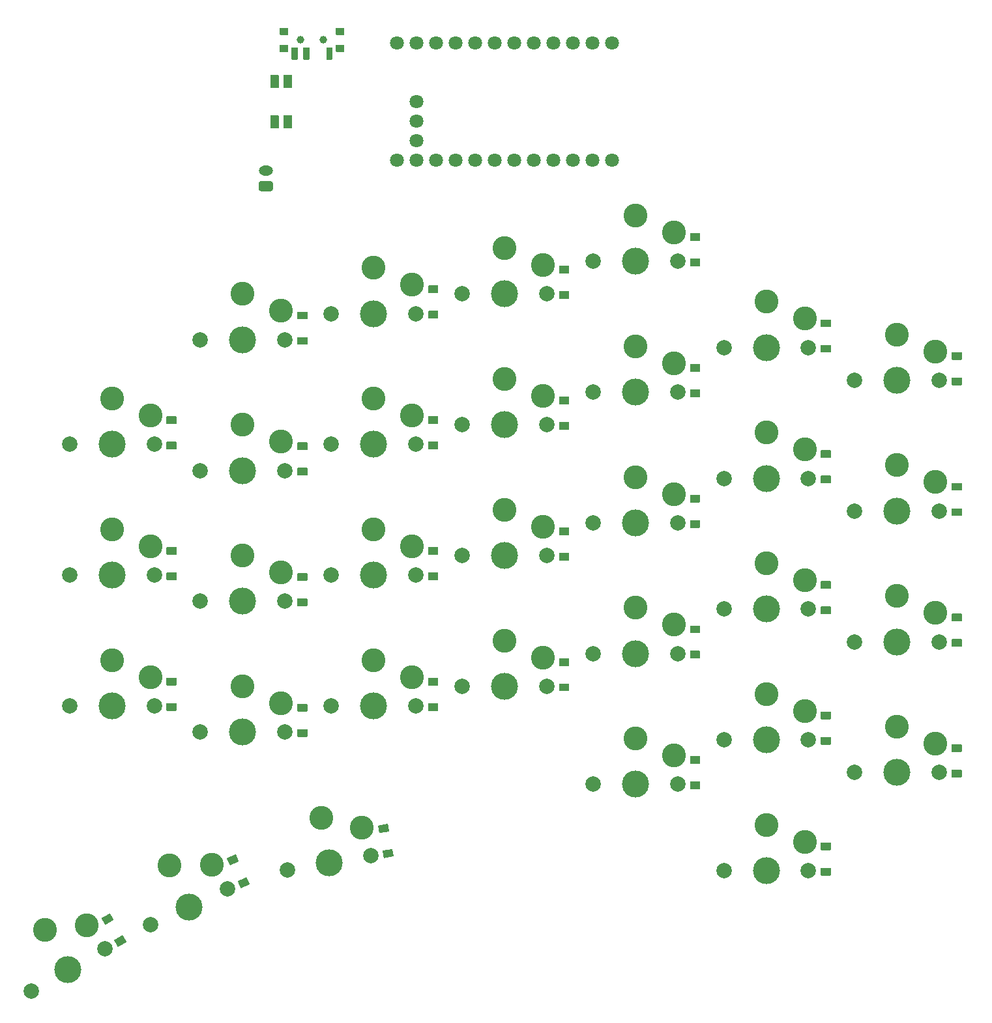
<source format=gts>
G04 #@! TF.GenerationSoftware,KiCad,Pcbnew,8.0.8+1*
G04 #@! TF.CreationDate,2025-08-10T15:44:05+00:00*
G04 #@! TF.ProjectId,right_pcb,72696768-745f-4706-9362-2e6b69636164,v0.2*
G04 #@! TF.SameCoordinates,Original*
G04 #@! TF.FileFunction,Soldermask,Top*
G04 #@! TF.FilePolarity,Negative*
%FSLAX46Y46*%
G04 Gerber Fmt 4.6, Leading zero omitted, Abs format (unit mm)*
G04 Created by KiCad (PCBNEW 8.0.8+1) date 2025-08-10 15:44:05*
%MOMM*%
%LPD*%
G01*
G04 APERTURE LIST*
%ADD10O,1.850000X1.300000*%
%ADD11C,1.800000*%
%ADD12C,1.000000*%
%ADD13C,2.000000*%
%ADD14C,3.100000*%
%ADD15C,3.500000*%
G04 APERTURE END LIST*
G36*
G01*
X228350000Y-77380000D02*
X227150000Y-77380000D01*
G75*
G02*
X227100000Y-77330000I0J50000D01*
G01*
X227100000Y-76430000D01*
G75*
G02*
X227150000Y-76380000I50000J0D01*
G01*
X228350000Y-76380000D01*
G75*
G02*
X228400000Y-76430000I0J-50000D01*
G01*
X228400000Y-77330000D01*
G75*
G02*
X228350000Y-77380000I-50000J0D01*
G01*
G37*
G36*
G01*
X228350000Y-74080000D02*
X227150000Y-74080000D01*
G75*
G02*
X227100000Y-74030000I0J50000D01*
G01*
X227100000Y-73130000D01*
G75*
G02*
X227150000Y-73080000I50000J0D01*
G01*
X228350000Y-73080000D01*
G75*
G02*
X228400000Y-73130000I0J-50000D01*
G01*
X228400000Y-74030000D01*
G75*
G02*
X228350000Y-74080000I-50000J0D01*
G01*
G37*
G36*
G01*
X220871644Y-147525752D02*
X219784075Y-148032893D01*
G75*
G02*
X219717629Y-148008709I-21131J45315D01*
G01*
X219337272Y-147193032D01*
G75*
G02*
X219361456Y-147126586I45315J21131D01*
G01*
X220449025Y-146619445D01*
G75*
G02*
X220515471Y-146643629I21131J-45315D01*
G01*
X220895828Y-147459306D01*
G75*
G02*
X220871644Y-147525752I-45315J-21131D01*
G01*
G37*
G36*
G01*
X219477004Y-144534936D02*
X218389435Y-145042077D01*
G75*
G02*
X218322989Y-145017893I-21131J45315D01*
G01*
X217942632Y-144202216D01*
G75*
G02*
X217966816Y-144135770I45315J21131D01*
G01*
X219054385Y-143628629D01*
G75*
G02*
X219120831Y-143652813I21131J-45315D01*
G01*
X219501188Y-144468490D01*
G75*
G02*
X219477004Y-144534936I-45315J-21131D01*
G01*
G37*
G36*
G01*
X279350000Y-101180000D02*
X278150000Y-101180000D01*
G75*
G02*
X278100000Y-101130000I0J50000D01*
G01*
X278100000Y-100230000D01*
G75*
G02*
X278150000Y-100180000I50000J0D01*
G01*
X279350000Y-100180000D01*
G75*
G02*
X279400000Y-100230000I0J-50000D01*
G01*
X279400000Y-101130000D01*
G75*
G02*
X279350000Y-101180000I-50000J0D01*
G01*
G37*
G36*
G01*
X279350000Y-97880000D02*
X278150000Y-97880000D01*
G75*
G02*
X278100000Y-97830000I0J50000D01*
G01*
X278100000Y-96930000D01*
G75*
G02*
X278150000Y-96880000I50000J0D01*
G01*
X279350000Y-96880000D01*
G75*
G02*
X279400000Y-96930000I0J-50000D01*
G01*
X279400000Y-97830000D01*
G75*
G02*
X279350000Y-97880000I-50000J0D01*
G01*
G37*
G36*
G01*
X223665000Y-57420000D02*
X222335000Y-57420000D01*
G75*
G02*
X222075000Y-57160000I0J260000D01*
G01*
X222075000Y-56380000D01*
G75*
G02*
X222335000Y-56120000I260000J0D01*
G01*
X223665000Y-56120000D01*
G75*
G02*
X223925000Y-56380000I0J-260000D01*
G01*
X223925000Y-57160000D01*
G75*
G02*
X223665000Y-57420000I-260000J0D01*
G01*
G37*
D10*
X223000000Y-54770000D03*
G36*
G01*
X262350000Y-71430000D02*
X261150000Y-71430000D01*
G75*
G02*
X261100000Y-71380000I0J50000D01*
G01*
X261100000Y-70480000D01*
G75*
G02*
X261150000Y-70430000I50000J0D01*
G01*
X262350000Y-70430000D01*
G75*
G02*
X262400000Y-70480000I0J-50000D01*
G01*
X262400000Y-71380000D01*
G75*
G02*
X262350000Y-71430000I-50000J0D01*
G01*
G37*
G36*
G01*
X262350000Y-68130000D02*
X261150000Y-68130000D01*
G75*
G02*
X261100000Y-68080000I0J50000D01*
G01*
X261100000Y-67180000D01*
G75*
G02*
X261150000Y-67130000I50000J0D01*
G01*
X262350000Y-67130000D01*
G75*
G02*
X262400000Y-67180000I0J-50000D01*
G01*
X262400000Y-68080000D01*
G75*
G02*
X262350000Y-68130000I-50000J0D01*
G01*
G37*
G36*
G01*
X245350000Y-107980000D02*
X244150000Y-107980000D01*
G75*
G02*
X244100000Y-107930000I0J50000D01*
G01*
X244100000Y-107030000D01*
G75*
G02*
X244150000Y-106980000I50000J0D01*
G01*
X245350000Y-106980000D01*
G75*
G02*
X245400000Y-107030000I0J-50000D01*
G01*
X245400000Y-107930000D01*
G75*
G02*
X245350000Y-107980000I-50000J0D01*
G01*
G37*
G36*
G01*
X245350000Y-104680000D02*
X244150000Y-104680000D01*
G75*
G02*
X244100000Y-104630000I0J50000D01*
G01*
X244100000Y-103730000D01*
G75*
G02*
X244150000Y-103680000I50000J0D01*
G01*
X245350000Y-103680000D01*
G75*
G02*
X245400000Y-103730000I0J-50000D01*
G01*
X245400000Y-104630000D01*
G75*
G02*
X245350000Y-104680000I-50000J0D01*
G01*
G37*
G36*
G01*
X313350000Y-116650000D02*
X312150000Y-116650000D01*
G75*
G02*
X312100000Y-116600000I0J50000D01*
G01*
X312100000Y-115700000D01*
G75*
G02*
X312150000Y-115650000I50000J0D01*
G01*
X313350000Y-115650000D01*
G75*
G02*
X313400000Y-115700000I0J-50000D01*
G01*
X313400000Y-116600000D01*
G75*
G02*
X313350000Y-116650000I-50000J0D01*
G01*
G37*
G36*
G01*
X313350000Y-113350000D02*
X312150000Y-113350000D01*
G75*
G02*
X312100000Y-113300000I0J50000D01*
G01*
X312100000Y-112400000D01*
G75*
G02*
X312150000Y-112350000I50000J0D01*
G01*
X313350000Y-112350000D01*
G75*
G02*
X313400000Y-112400000I0J-50000D01*
G01*
X313400000Y-113300000D01*
G75*
G02*
X313350000Y-113350000I-50000J0D01*
G01*
G37*
G36*
G01*
X245350000Y-90980000D02*
X244150000Y-90980000D01*
G75*
G02*
X244100000Y-90930000I0J50000D01*
G01*
X244100000Y-90030000D01*
G75*
G02*
X244150000Y-89980000I50000J0D01*
G01*
X245350000Y-89980000D01*
G75*
G02*
X245400000Y-90030000I0J-50000D01*
G01*
X245400000Y-90930000D01*
G75*
G02*
X245350000Y-90980000I-50000J0D01*
G01*
G37*
G36*
G01*
X245350000Y-87680000D02*
X244150000Y-87680000D01*
G75*
G02*
X244100000Y-87630000I0J50000D01*
G01*
X244100000Y-86730000D01*
G75*
G02*
X244150000Y-86680000I50000J0D01*
G01*
X245350000Y-86680000D01*
G75*
G02*
X245400000Y-86730000I0J-50000D01*
G01*
X245400000Y-87630000D01*
G75*
G02*
X245350000Y-87680000I-50000J0D01*
G01*
G37*
G36*
G01*
X228350000Y-111380000D02*
X227150000Y-111380000D01*
G75*
G02*
X227100000Y-111330000I0J50000D01*
G01*
X227100000Y-110430000D01*
G75*
G02*
X227150000Y-110380000I50000J0D01*
G01*
X228350000Y-110380000D01*
G75*
G02*
X228400000Y-110430000I0J-50000D01*
G01*
X228400000Y-111330000D01*
G75*
G02*
X228350000Y-111380000I-50000J0D01*
G01*
G37*
G36*
G01*
X228350000Y-108080000D02*
X227150000Y-108080000D01*
G75*
G02*
X227100000Y-108030000I0J50000D01*
G01*
X227100000Y-107130000D01*
G75*
G02*
X227150000Y-107080000I50000J0D01*
G01*
X228350000Y-107080000D01*
G75*
G02*
X228400000Y-107130000I0J-50000D01*
G01*
X228400000Y-108030000D01*
G75*
G02*
X228350000Y-108080000I-50000J0D01*
G01*
G37*
G36*
G01*
X279350000Y-118180000D02*
X278150000Y-118180000D01*
G75*
G02*
X278100000Y-118130000I0J50000D01*
G01*
X278100000Y-117230000D01*
G75*
G02*
X278150000Y-117180000I50000J0D01*
G01*
X279350000Y-117180000D01*
G75*
G02*
X279400000Y-117230000I0J-50000D01*
G01*
X279400000Y-118130000D01*
G75*
G02*
X279350000Y-118180000I-50000J0D01*
G01*
G37*
G36*
G01*
X279350000Y-114880000D02*
X278150000Y-114880000D01*
G75*
G02*
X278100000Y-114830000I0J50000D01*
G01*
X278100000Y-113930000D01*
G75*
G02*
X278150000Y-113880000I50000J0D01*
G01*
X279350000Y-113880000D01*
G75*
G02*
X279400000Y-113930000I0J-50000D01*
G01*
X279400000Y-114830000D01*
G75*
G02*
X279350000Y-114880000I-50000J0D01*
G01*
G37*
G36*
G01*
X279350000Y-135180000D02*
X278150000Y-135180000D01*
G75*
G02*
X278100000Y-135130000I0J50000D01*
G01*
X278100000Y-134230000D01*
G75*
G02*
X278150000Y-134180000I50000J0D01*
G01*
X279350000Y-134180000D01*
G75*
G02*
X279400000Y-134230000I0J-50000D01*
G01*
X279400000Y-135130000D01*
G75*
G02*
X279350000Y-135180000I-50000J0D01*
G01*
G37*
G36*
G01*
X279350000Y-131880000D02*
X278150000Y-131880000D01*
G75*
G02*
X278100000Y-131830000I0J50000D01*
G01*
X278100000Y-130930000D01*
G75*
G02*
X278150000Y-130880000I50000J0D01*
G01*
X279350000Y-130880000D01*
G75*
G02*
X279400000Y-130930000I0J-50000D01*
G01*
X279400000Y-131830000D01*
G75*
G02*
X279350000Y-131880000I-50000J0D01*
G01*
G37*
G36*
G01*
X239556015Y-143920163D02*
X238374246Y-144128540D01*
G75*
G02*
X238316324Y-144087982I-8682J49240D01*
G01*
X238160041Y-143201655D01*
G75*
G02*
X238200599Y-143143733I49240J8682D01*
G01*
X239382368Y-142935356D01*
G75*
G02*
X239440290Y-142975914I8682J-49240D01*
G01*
X239596573Y-143862241D01*
G75*
G02*
X239556015Y-143920163I-49240J-8682D01*
G01*
G37*
G36*
G01*
X238982977Y-140670297D02*
X237801208Y-140878674D01*
G75*
G02*
X237743286Y-140838116I-8682J49240D01*
G01*
X237587003Y-139951789D01*
G75*
G02*
X237627561Y-139893867I49240J8682D01*
G01*
X238809330Y-139685490D01*
G75*
G02*
X238867252Y-139726048I8682J-49240D01*
G01*
X239023535Y-140612375D01*
G75*
G02*
X238982977Y-140670297I-49240J-8682D01*
G01*
G37*
G36*
G01*
X296350000Y-78400000D02*
X295150000Y-78400000D01*
G75*
G02*
X295100000Y-78350000I0J50000D01*
G01*
X295100000Y-77450000D01*
G75*
G02*
X295150000Y-77400000I50000J0D01*
G01*
X296350000Y-77400000D01*
G75*
G02*
X296400000Y-77450000I0J-50000D01*
G01*
X296400000Y-78350000D01*
G75*
G02*
X296350000Y-78400000I-50000J0D01*
G01*
G37*
G36*
G01*
X296350000Y-75100000D02*
X295150000Y-75100000D01*
G75*
G02*
X295100000Y-75050000I0J50000D01*
G01*
X295100000Y-74150000D01*
G75*
G02*
X295150000Y-74100000I50000J0D01*
G01*
X296350000Y-74100000D01*
G75*
G02*
X296400000Y-74150000I0J-50000D01*
G01*
X296400000Y-75050000D01*
G75*
G02*
X296350000Y-75100000I-50000J0D01*
G01*
G37*
G36*
G01*
X313350000Y-82650000D02*
X312150000Y-82650000D01*
G75*
G02*
X312100000Y-82600000I0J50000D01*
G01*
X312100000Y-81700000D01*
G75*
G02*
X312150000Y-81650000I50000J0D01*
G01*
X313350000Y-81650000D01*
G75*
G02*
X313400000Y-81700000I0J-50000D01*
G01*
X313400000Y-82600000D01*
G75*
G02*
X313350000Y-82650000I-50000J0D01*
G01*
G37*
G36*
G01*
X313350000Y-79350000D02*
X312150000Y-79350000D01*
G75*
G02*
X312100000Y-79300000I0J50000D01*
G01*
X312100000Y-78400000D01*
G75*
G02*
X312150000Y-78350000I50000J0D01*
G01*
X313350000Y-78350000D01*
G75*
G02*
X313400000Y-78400000I0J-50000D01*
G01*
X313400000Y-79300000D01*
G75*
G02*
X313350000Y-79350000I-50000J0D01*
G01*
G37*
G36*
G01*
X211350000Y-90980000D02*
X210150000Y-90980000D01*
G75*
G02*
X210100000Y-90930000I0J50000D01*
G01*
X210100000Y-90030000D01*
G75*
G02*
X210150000Y-89980000I50000J0D01*
G01*
X211350000Y-89980000D01*
G75*
G02*
X211400000Y-90030000I0J-50000D01*
G01*
X211400000Y-90930000D01*
G75*
G02*
X211350000Y-90980000I-50000J0D01*
G01*
G37*
G36*
G01*
X211350000Y-87680000D02*
X210150000Y-87680000D01*
G75*
G02*
X210100000Y-87630000I0J50000D01*
G01*
X210100000Y-86730000D01*
G75*
G02*
X210150000Y-86680000I50000J0D01*
G01*
X211350000Y-86680000D01*
G75*
G02*
X211400000Y-86730000I0J-50000D01*
G01*
X211400000Y-87630000D01*
G75*
G02*
X211350000Y-87680000I-50000J0D01*
G01*
G37*
G36*
G01*
X279350000Y-67180000D02*
X278150000Y-67180000D01*
G75*
G02*
X278100000Y-67130000I0J50000D01*
G01*
X278100000Y-66230000D01*
G75*
G02*
X278150000Y-66180000I50000J0D01*
G01*
X279350000Y-66180000D01*
G75*
G02*
X279400000Y-66230000I0J-50000D01*
G01*
X279400000Y-67130000D01*
G75*
G02*
X279350000Y-67180000I-50000J0D01*
G01*
G37*
G36*
G01*
X279350000Y-63880000D02*
X278150000Y-63880000D01*
G75*
G02*
X278100000Y-63830000I0J50000D01*
G01*
X278100000Y-62930000D01*
G75*
G02*
X278150000Y-62880000I50000J0D01*
G01*
X279350000Y-62880000D01*
G75*
G02*
X279400000Y-62930000I0J-50000D01*
G01*
X279400000Y-63830000D01*
G75*
G02*
X279350000Y-63880000I-50000J0D01*
G01*
G37*
G36*
G01*
X245350000Y-73980000D02*
X244150000Y-73980000D01*
G75*
G02*
X244100000Y-73930000I0J50000D01*
G01*
X244100000Y-73030000D01*
G75*
G02*
X244150000Y-72980000I50000J0D01*
G01*
X245350000Y-72980000D01*
G75*
G02*
X245400000Y-73030000I0J-50000D01*
G01*
X245400000Y-73930000D01*
G75*
G02*
X245350000Y-73980000I-50000J0D01*
G01*
G37*
G36*
G01*
X245350000Y-70680000D02*
X244150000Y-70680000D01*
G75*
G02*
X244100000Y-70630000I0J50000D01*
G01*
X244100000Y-69730000D01*
G75*
G02*
X244150000Y-69680000I50000J0D01*
G01*
X245350000Y-69680000D01*
G75*
G02*
X245400000Y-69730000I0J-50000D01*
G01*
X245400000Y-70630000D01*
G75*
G02*
X245350000Y-70680000I-50000J0D01*
G01*
G37*
G36*
G01*
X262350000Y-105430000D02*
X261150000Y-105430000D01*
G75*
G02*
X261100000Y-105380000I0J50000D01*
G01*
X261100000Y-104480000D01*
G75*
G02*
X261150000Y-104430000I50000J0D01*
G01*
X262350000Y-104430000D01*
G75*
G02*
X262400000Y-104480000I0J-50000D01*
G01*
X262400000Y-105380000D01*
G75*
G02*
X262350000Y-105430000I-50000J0D01*
G01*
G37*
G36*
G01*
X262350000Y-102130000D02*
X261150000Y-102130000D01*
G75*
G02*
X261100000Y-102080000I0J50000D01*
G01*
X261100000Y-101180000D01*
G75*
G02*
X261150000Y-101130000I50000J0D01*
G01*
X262350000Y-101130000D01*
G75*
G02*
X262400000Y-101180000I0J-50000D01*
G01*
X262400000Y-102080000D01*
G75*
G02*
X262350000Y-102130000I-50000J0D01*
G01*
G37*
D11*
X267950000Y-53390000D03*
X265410000Y-53390000D03*
X262870000Y-53390000D03*
X260330000Y-53390000D03*
X257790000Y-53390000D03*
X255250000Y-53390000D03*
X252710000Y-53390000D03*
X250170000Y-53390000D03*
X247630000Y-53390000D03*
X245090000Y-53390000D03*
X242550000Y-53390000D03*
X240010000Y-53390000D03*
X240010000Y-38150000D03*
X242550000Y-38150000D03*
X245090000Y-38150000D03*
X247630000Y-38150000D03*
X250170000Y-38150000D03*
X252710000Y-38150000D03*
X255250000Y-38150000D03*
X257790000Y-38150000D03*
X260330000Y-38150000D03*
X262870000Y-38150000D03*
X265410000Y-38150000D03*
X267950000Y-38150000D03*
X242550000Y-50850000D03*
X242550000Y-48310000D03*
X242550000Y-45770000D03*
G36*
G01*
X211350000Y-124980000D02*
X210150000Y-124980000D01*
G75*
G02*
X210100000Y-124930000I0J50000D01*
G01*
X210100000Y-124030000D01*
G75*
G02*
X210150000Y-123980000I50000J0D01*
G01*
X211350000Y-123980000D01*
G75*
G02*
X211400000Y-124030000I0J-50000D01*
G01*
X211400000Y-124930000D01*
G75*
G02*
X211350000Y-124980000I-50000J0D01*
G01*
G37*
G36*
G01*
X211350000Y-121680000D02*
X210150000Y-121680000D01*
G75*
G02*
X210100000Y-121630000I0J50000D01*
G01*
X210100000Y-120730000D01*
G75*
G02*
X210150000Y-120680000I50000J0D01*
G01*
X211350000Y-120680000D01*
G75*
G02*
X211400000Y-120730000I0J-50000D01*
G01*
X211400000Y-121630000D01*
G75*
G02*
X211350000Y-121680000I-50000J0D01*
G01*
G37*
G36*
G01*
X204863007Y-155038086D02*
X203823777Y-155638086D01*
G75*
G02*
X203755476Y-155619785I-25000J43301D01*
G01*
X203305476Y-154840363D01*
G75*
G02*
X203323777Y-154772062I43301J25000D01*
G01*
X204363007Y-154172062D01*
G75*
G02*
X204431308Y-154190363I25000J-43301D01*
G01*
X204881308Y-154969785D01*
G75*
G02*
X204863007Y-155038086I-43301J-25000D01*
G01*
G37*
G36*
G01*
X203213007Y-152180202D02*
X202173777Y-152780202D01*
G75*
G02*
X202105476Y-152761901I-25000J43301D01*
G01*
X201655476Y-151982479D01*
G75*
G02*
X201673777Y-151914178I43301J25000D01*
G01*
X202713007Y-151314178D01*
G75*
G02*
X202781308Y-151332479I25000J-43301D01*
G01*
X203231308Y-152111901D01*
G75*
G02*
X203213007Y-152180202I-43301J-25000D01*
G01*
G37*
G36*
G01*
X313350000Y-99650000D02*
X312150000Y-99650000D01*
G75*
G02*
X312100000Y-99600000I0J50000D01*
G01*
X312100000Y-98700000D01*
G75*
G02*
X312150000Y-98650000I50000J0D01*
G01*
X313350000Y-98650000D01*
G75*
G02*
X313400000Y-98700000I0J-50000D01*
G01*
X313400000Y-99600000D01*
G75*
G02*
X313350000Y-99650000I-50000J0D01*
G01*
G37*
G36*
G01*
X313350000Y-96350000D02*
X312150000Y-96350000D01*
G75*
G02*
X312100000Y-96300000I0J50000D01*
G01*
X312100000Y-95400000D01*
G75*
G02*
X312150000Y-95350000I50000J0D01*
G01*
X313350000Y-95350000D01*
G75*
G02*
X313400000Y-95400000I0J-50000D01*
G01*
X313400000Y-96300000D01*
G75*
G02*
X313350000Y-96350000I-50000J0D01*
G01*
G37*
G36*
G01*
X228350000Y-94380000D02*
X227150000Y-94380000D01*
G75*
G02*
X227100000Y-94330000I0J50000D01*
G01*
X227100000Y-93430000D01*
G75*
G02*
X227150000Y-93380000I50000J0D01*
G01*
X228350000Y-93380000D01*
G75*
G02*
X228400000Y-93430000I0J-50000D01*
G01*
X228400000Y-94330000D01*
G75*
G02*
X228350000Y-94380000I-50000J0D01*
G01*
G37*
G36*
G01*
X228350000Y-91080000D02*
X227150000Y-91080000D01*
G75*
G02*
X227100000Y-91030000I0J50000D01*
G01*
X227100000Y-90130000D01*
G75*
G02*
X227150000Y-90080000I50000J0D01*
G01*
X228350000Y-90080000D01*
G75*
G02*
X228400000Y-90130000I0J-50000D01*
G01*
X228400000Y-91030000D01*
G75*
G02*
X228350000Y-91080000I-50000J0D01*
G01*
G37*
G36*
G01*
X245350000Y-124980000D02*
X244150000Y-124980000D01*
G75*
G02*
X244100000Y-124930000I0J50000D01*
G01*
X244100000Y-124030000D01*
G75*
G02*
X244150000Y-123980000I50000J0D01*
G01*
X245350000Y-123980000D01*
G75*
G02*
X245400000Y-124030000I0J-50000D01*
G01*
X245400000Y-124930000D01*
G75*
G02*
X245350000Y-124980000I-50000J0D01*
G01*
G37*
G36*
G01*
X245350000Y-121680000D02*
X244150000Y-121680000D01*
G75*
G02*
X244100000Y-121630000I0J50000D01*
G01*
X244100000Y-120730000D01*
G75*
G02*
X244150000Y-120680000I50000J0D01*
G01*
X245350000Y-120680000D01*
G75*
G02*
X245400000Y-120730000I0J-50000D01*
G01*
X245400000Y-121630000D01*
G75*
G02*
X245350000Y-121680000I-50000J0D01*
G01*
G37*
G36*
G01*
X296350000Y-112400000D02*
X295150000Y-112400000D01*
G75*
G02*
X295100000Y-112350000I0J50000D01*
G01*
X295100000Y-111450000D01*
G75*
G02*
X295150000Y-111400000I50000J0D01*
G01*
X296350000Y-111400000D01*
G75*
G02*
X296400000Y-111450000I0J-50000D01*
G01*
X296400000Y-112350000D01*
G75*
G02*
X296350000Y-112400000I-50000J0D01*
G01*
G37*
G36*
G01*
X296350000Y-109100000D02*
X295150000Y-109100000D01*
G75*
G02*
X295100000Y-109050000I0J50000D01*
G01*
X295100000Y-108150000D01*
G75*
G02*
X295150000Y-108100000I50000J0D01*
G01*
X296350000Y-108100000D01*
G75*
G02*
X296400000Y-108150000I0J-50000D01*
G01*
X296400000Y-109050000D01*
G75*
G02*
X296350000Y-109100000I-50000J0D01*
G01*
G37*
G36*
G01*
X228350000Y-128380000D02*
X227150000Y-128380000D01*
G75*
G02*
X227100000Y-128330000I0J50000D01*
G01*
X227100000Y-127430000D01*
G75*
G02*
X227150000Y-127380000I50000J0D01*
G01*
X228350000Y-127380000D01*
G75*
G02*
X228400000Y-127430000I0J-50000D01*
G01*
X228400000Y-128330000D01*
G75*
G02*
X228350000Y-128380000I-50000J0D01*
G01*
G37*
G36*
G01*
X228350000Y-125080000D02*
X227150000Y-125080000D01*
G75*
G02*
X227100000Y-125030000I0J50000D01*
G01*
X227100000Y-124130000D01*
G75*
G02*
X227150000Y-124080000I50000J0D01*
G01*
X228350000Y-124080000D01*
G75*
G02*
X228400000Y-124130000I0J-50000D01*
G01*
X228400000Y-125030000D01*
G75*
G02*
X228350000Y-125080000I-50000J0D01*
G01*
G37*
G36*
G01*
X279350000Y-84180000D02*
X278150000Y-84180000D01*
G75*
G02*
X278100000Y-84130000I0J50000D01*
G01*
X278100000Y-83230000D01*
G75*
G02*
X278150000Y-83180000I50000J0D01*
G01*
X279350000Y-83180000D01*
G75*
G02*
X279400000Y-83230000I0J-50000D01*
G01*
X279400000Y-84130000D01*
G75*
G02*
X279350000Y-84180000I-50000J0D01*
G01*
G37*
G36*
G01*
X279350000Y-80880000D02*
X278150000Y-80880000D01*
G75*
G02*
X278100000Y-80830000I0J50000D01*
G01*
X278100000Y-79930000D01*
G75*
G02*
X278150000Y-79880000I50000J0D01*
G01*
X279350000Y-79880000D01*
G75*
G02*
X279400000Y-79930000I0J-50000D01*
G01*
X279400000Y-80830000D01*
G75*
G02*
X279350000Y-80880000I-50000J0D01*
G01*
G37*
G36*
G01*
X223650000Y-42320000D02*
X224650000Y-42320000D01*
G75*
G02*
X224700000Y-42370000I0J-50000D01*
G01*
X224700000Y-43920000D01*
G75*
G02*
X224650000Y-43970000I-50000J0D01*
G01*
X223650000Y-43970000D01*
G75*
G02*
X223600000Y-43920000I0J50000D01*
G01*
X223600000Y-42370000D01*
G75*
G02*
X223650000Y-42320000I50000J0D01*
G01*
G37*
G36*
G01*
X225350000Y-42320000D02*
X226350000Y-42320000D01*
G75*
G02*
X226400000Y-42370000I0J-50000D01*
G01*
X226400000Y-43920000D01*
G75*
G02*
X226350000Y-43970000I-50000J0D01*
G01*
X225350000Y-43970000D01*
G75*
G02*
X225300000Y-43920000I0J50000D01*
G01*
X225300000Y-42370000D01*
G75*
G02*
X225350000Y-42320000I50000J0D01*
G01*
G37*
G36*
G01*
X223650000Y-47570000D02*
X224650000Y-47570000D01*
G75*
G02*
X224700000Y-47620000I0J-50000D01*
G01*
X224700000Y-49170000D01*
G75*
G02*
X224650000Y-49220000I-50000J0D01*
G01*
X223650000Y-49220000D01*
G75*
G02*
X223600000Y-49170000I0J50000D01*
G01*
X223600000Y-47620000D01*
G75*
G02*
X223650000Y-47570000I50000J0D01*
G01*
G37*
G36*
G01*
X225350000Y-47570000D02*
X226350000Y-47570000D01*
G75*
G02*
X226400000Y-47620000I0J-50000D01*
G01*
X226400000Y-49170000D01*
G75*
G02*
X226350000Y-49220000I-50000J0D01*
G01*
X225350000Y-49220000D01*
G75*
G02*
X225300000Y-49170000I0J50000D01*
G01*
X225300000Y-47620000D01*
G75*
G02*
X225350000Y-47570000I50000J0D01*
G01*
G37*
G36*
G01*
X211350000Y-107980000D02*
X210150000Y-107980000D01*
G75*
G02*
X210100000Y-107930000I0J50000D01*
G01*
X210100000Y-107030000D01*
G75*
G02*
X210150000Y-106980000I50000J0D01*
G01*
X211350000Y-106980000D01*
G75*
G02*
X211400000Y-107030000I0J-50000D01*
G01*
X211400000Y-107930000D01*
G75*
G02*
X211350000Y-107980000I-50000J0D01*
G01*
G37*
G36*
G01*
X211350000Y-104680000D02*
X210150000Y-104680000D01*
G75*
G02*
X210100000Y-104630000I0J50000D01*
G01*
X210100000Y-103730000D01*
G75*
G02*
X210150000Y-103680000I50000J0D01*
G01*
X211350000Y-103680000D01*
G75*
G02*
X211400000Y-103730000I0J-50000D01*
G01*
X211400000Y-104630000D01*
G75*
G02*
X211350000Y-104680000I-50000J0D01*
G01*
G37*
G36*
G01*
X296350000Y-129400000D02*
X295150000Y-129400000D01*
G75*
G02*
X295100000Y-129350000I0J50000D01*
G01*
X295100000Y-128450000D01*
G75*
G02*
X295150000Y-128400000I50000J0D01*
G01*
X296350000Y-128400000D01*
G75*
G02*
X296400000Y-128450000I0J-50000D01*
G01*
X296400000Y-129350000D01*
G75*
G02*
X296350000Y-129400000I-50000J0D01*
G01*
G37*
G36*
G01*
X296350000Y-126100000D02*
X295150000Y-126100000D01*
G75*
G02*
X295100000Y-126050000I0J50000D01*
G01*
X295100000Y-125150000D01*
G75*
G02*
X295150000Y-125100000I50000J0D01*
G01*
X296350000Y-125100000D01*
G75*
G02*
X296400000Y-125150000I0J-50000D01*
G01*
X296400000Y-126050000D01*
G75*
G02*
X296350000Y-126100000I-50000J0D01*
G01*
G37*
G36*
G01*
X225900000Y-38455000D02*
X225900000Y-39255000D01*
G75*
G02*
X225850000Y-39305000I-50000J0D01*
G01*
X224850000Y-39305000D01*
G75*
G02*
X224800000Y-39255000I0J50000D01*
G01*
X224800000Y-38455000D01*
G75*
G02*
X224850000Y-38405000I50000J0D01*
G01*
X225850000Y-38405000D01*
G75*
G02*
X225900000Y-38455000I0J-50000D01*
G01*
G37*
G36*
G01*
X233200000Y-38455000D02*
X233200000Y-39255000D01*
G75*
G02*
X233150000Y-39305000I-50000J0D01*
G01*
X232150000Y-39305000D01*
G75*
G02*
X232100000Y-39255000I0J50000D01*
G01*
X232100000Y-38455000D01*
G75*
G02*
X232150000Y-38405000I50000J0D01*
G01*
X233150000Y-38405000D01*
G75*
G02*
X233200000Y-38455000I0J-50000D01*
G01*
G37*
D12*
X227500000Y-37745000D03*
X230500000Y-37745000D03*
G36*
G01*
X225900000Y-36245000D02*
X225900000Y-37045000D01*
G75*
G02*
X225850000Y-37095000I-50000J0D01*
G01*
X224850000Y-37095000D01*
G75*
G02*
X224800000Y-37045000I0J50000D01*
G01*
X224800000Y-36245000D01*
G75*
G02*
X224850000Y-36195000I50000J0D01*
G01*
X225850000Y-36195000D01*
G75*
G02*
X225900000Y-36245000I0J-50000D01*
G01*
G37*
G36*
G01*
X233200000Y-36245000D02*
X233200000Y-37045000D01*
G75*
G02*
X233150000Y-37095000I-50000J0D01*
G01*
X232150000Y-37095000D01*
G75*
G02*
X232100000Y-37045000I0J50000D01*
G01*
X232100000Y-36245000D01*
G75*
G02*
X232150000Y-36195000I50000J0D01*
G01*
X233150000Y-36195000D01*
G75*
G02*
X233200000Y-36245000I0J-50000D01*
G01*
G37*
G36*
G01*
X231650000Y-38755000D02*
X231650000Y-40255000D01*
G75*
G02*
X231600000Y-40305000I-50000J0D01*
G01*
X230900000Y-40305000D01*
G75*
G02*
X230850000Y-40255000I0J50000D01*
G01*
X230850000Y-38755000D01*
G75*
G02*
X230900000Y-38705000I50000J0D01*
G01*
X231600000Y-38705000D01*
G75*
G02*
X231650000Y-38755000I0J-50000D01*
G01*
G37*
G36*
G01*
X228650000Y-38755000D02*
X228650000Y-40255000D01*
G75*
G02*
X228600000Y-40305000I-50000J0D01*
G01*
X227900000Y-40305000D01*
G75*
G02*
X227850000Y-40255000I0J50000D01*
G01*
X227850000Y-38755000D01*
G75*
G02*
X227900000Y-38705000I50000J0D01*
G01*
X228600000Y-38705000D01*
G75*
G02*
X228650000Y-38755000I0J-50000D01*
G01*
G37*
G36*
G01*
X227150000Y-38755000D02*
X227150000Y-40255000D01*
G75*
G02*
X227100000Y-40305000I-50000J0D01*
G01*
X226400000Y-40305000D01*
G75*
G02*
X226350000Y-40255000I0J50000D01*
G01*
X226350000Y-38755000D01*
G75*
G02*
X226400000Y-38705000I50000J0D01*
G01*
X227100000Y-38705000D01*
G75*
G02*
X227150000Y-38755000I0J-50000D01*
G01*
G37*
G36*
G01*
X296350000Y-146400000D02*
X295150000Y-146400000D01*
G75*
G02*
X295100000Y-146350000I0J50000D01*
G01*
X295100000Y-145450000D01*
G75*
G02*
X295150000Y-145400000I50000J0D01*
G01*
X296350000Y-145400000D01*
G75*
G02*
X296400000Y-145450000I0J-50000D01*
G01*
X296400000Y-146350000D01*
G75*
G02*
X296350000Y-146400000I-50000J0D01*
G01*
G37*
G36*
G01*
X296350000Y-143100000D02*
X295150000Y-143100000D01*
G75*
G02*
X295100000Y-143050000I0J50000D01*
G01*
X295100000Y-142150000D01*
G75*
G02*
X295150000Y-142100000I50000J0D01*
G01*
X296350000Y-142100000D01*
G75*
G02*
X296400000Y-142150000I0J-50000D01*
G01*
X296400000Y-143050000D01*
G75*
G02*
X296350000Y-143100000I-50000J0D01*
G01*
G37*
G36*
G01*
X262350000Y-122430000D02*
X261150000Y-122430000D01*
G75*
G02*
X261100000Y-122380000I0J50000D01*
G01*
X261100000Y-121480000D01*
G75*
G02*
X261150000Y-121430000I50000J0D01*
G01*
X262350000Y-121430000D01*
G75*
G02*
X262400000Y-121480000I0J-50000D01*
G01*
X262400000Y-122380000D01*
G75*
G02*
X262350000Y-122430000I-50000J0D01*
G01*
G37*
G36*
G01*
X262350000Y-119130000D02*
X261150000Y-119130000D01*
G75*
G02*
X261100000Y-119080000I0J50000D01*
G01*
X261100000Y-118180000D01*
G75*
G02*
X261150000Y-118130000I50000J0D01*
G01*
X262350000Y-118130000D01*
G75*
G02*
X262400000Y-118180000I0J-50000D01*
G01*
X262400000Y-119080000D01*
G75*
G02*
X262350000Y-119130000I-50000J0D01*
G01*
G37*
G36*
G01*
X296350000Y-95400000D02*
X295150000Y-95400000D01*
G75*
G02*
X295100000Y-95350000I0J50000D01*
G01*
X295100000Y-94450000D01*
G75*
G02*
X295150000Y-94400000I50000J0D01*
G01*
X296350000Y-94400000D01*
G75*
G02*
X296400000Y-94450000I0J-50000D01*
G01*
X296400000Y-95350000D01*
G75*
G02*
X296350000Y-95400000I-50000J0D01*
G01*
G37*
G36*
G01*
X296350000Y-92100000D02*
X295150000Y-92100000D01*
G75*
G02*
X295100000Y-92050000I0J50000D01*
G01*
X295100000Y-91150000D01*
G75*
G02*
X295150000Y-91100000I50000J0D01*
G01*
X296350000Y-91100000D01*
G75*
G02*
X296400000Y-91150000I0J-50000D01*
G01*
X296400000Y-92050000D01*
G75*
G02*
X296350000Y-92100000I-50000J0D01*
G01*
G37*
G36*
G01*
X262350000Y-88430000D02*
X261150000Y-88430000D01*
G75*
G02*
X261100000Y-88380000I0J50000D01*
G01*
X261100000Y-87480000D01*
G75*
G02*
X261150000Y-87430000I50000J0D01*
G01*
X262350000Y-87430000D01*
G75*
G02*
X262400000Y-87480000I0J-50000D01*
G01*
X262400000Y-88380000D01*
G75*
G02*
X262350000Y-88430000I-50000J0D01*
G01*
G37*
G36*
G01*
X262350000Y-85130000D02*
X261150000Y-85130000D01*
G75*
G02*
X261100000Y-85080000I0J50000D01*
G01*
X261100000Y-84180000D01*
G75*
G02*
X261150000Y-84130000I50000J0D01*
G01*
X262350000Y-84130000D01*
G75*
G02*
X262400000Y-84180000I0J-50000D01*
G01*
X262400000Y-85080000D01*
G75*
G02*
X262350000Y-85130000I-50000J0D01*
G01*
G37*
G36*
G01*
X313350000Y-133650000D02*
X312150000Y-133650000D01*
G75*
G02*
X312100000Y-133600000I0J50000D01*
G01*
X312100000Y-132700000D01*
G75*
G02*
X312150000Y-132650000I50000J0D01*
G01*
X313350000Y-132650000D01*
G75*
G02*
X313400000Y-132700000I0J-50000D01*
G01*
X313400000Y-133600000D01*
G75*
G02*
X313350000Y-133650000I-50000J0D01*
G01*
G37*
G36*
G01*
X313350000Y-130350000D02*
X312150000Y-130350000D01*
G75*
G02*
X312100000Y-130300000I0J50000D01*
G01*
X312100000Y-129400000D01*
G75*
G02*
X312150000Y-129350000I50000J0D01*
G01*
X313350000Y-129350000D01*
G75*
G02*
X313400000Y-129400000I0J-50000D01*
G01*
X313400000Y-130300000D01*
G75*
G02*
X313350000Y-130350000I-50000J0D01*
G01*
G37*
D13*
X214500000Y-93730000D03*
D14*
X220000000Y-87780000D03*
D15*
X220000000Y-93730000D03*
D14*
X225000000Y-89980000D03*
D13*
X225500000Y-93730000D03*
X248500000Y-87780000D03*
D14*
X254000000Y-81830000D03*
D15*
X254000000Y-87780000D03*
D14*
X259000000Y-84030000D03*
D13*
X259500000Y-87780000D03*
X299500000Y-133000000D03*
D14*
X305000000Y-127050000D03*
D15*
X305000000Y-133000000D03*
D14*
X310000000Y-129250000D03*
D13*
X310500000Y-133000000D03*
X231500000Y-73330000D03*
D14*
X237000000Y-67380000D03*
D15*
X237000000Y-73330000D03*
D14*
X242000000Y-69580000D03*
D13*
X242500000Y-73330000D03*
X192543555Y-161400170D03*
D14*
X194331695Y-153497319D03*
D15*
X197306695Y-158650170D03*
D14*
X199761822Y-152902575D03*
D13*
X202069835Y-155900170D03*
X231500000Y-124330000D03*
D14*
X237000000Y-118380000D03*
D15*
X237000000Y-124330000D03*
D14*
X242000000Y-120580000D03*
D13*
X242500000Y-124330000D03*
X299500000Y-116000000D03*
D14*
X305000000Y-110050000D03*
D15*
X305000000Y-116000000D03*
D14*
X310000000Y-112250000D03*
D13*
X310500000Y-116000000D03*
X299500000Y-82000000D03*
D14*
X305000000Y-76050000D03*
D15*
X305000000Y-82000000D03*
D14*
X310000000Y-78250000D03*
D13*
X310500000Y-82000000D03*
X282500000Y-128750000D03*
D14*
X288000000Y-122800000D03*
D15*
X288000000Y-128750000D03*
D14*
X293000000Y-125000000D03*
D13*
X293500000Y-128750000D03*
X248500000Y-121780000D03*
D14*
X254000000Y-115830000D03*
D15*
X254000000Y-121780000D03*
D14*
X259000000Y-118030000D03*
D13*
X259500000Y-121780000D03*
X214500000Y-127730000D03*
D14*
X220000000Y-121780000D03*
D15*
X220000000Y-127730000D03*
D14*
X225000000Y-123980000D03*
D13*
X225500000Y-127730000D03*
X197500000Y-90330000D03*
D14*
X203000000Y-84380000D03*
D15*
X203000000Y-90330000D03*
D14*
X208000000Y-86580000D03*
D13*
X208500000Y-90330000D03*
X282500000Y-145750000D03*
D14*
X288000000Y-139800000D03*
D15*
X288000000Y-145750000D03*
D14*
X293000000Y-142000000D03*
D13*
X293500000Y-145750000D03*
X214500000Y-110730000D03*
D14*
X220000000Y-104780000D03*
D15*
X220000000Y-110730000D03*
D14*
X225000000Y-106980000D03*
D13*
X225500000Y-110730000D03*
X214500000Y-76730000D03*
D14*
X220000000Y-70780000D03*
D15*
X220000000Y-76730000D03*
D14*
X225000000Y-72980000D03*
D13*
X225500000Y-76730000D03*
X282500000Y-111750000D03*
D14*
X288000000Y-105800000D03*
D15*
X288000000Y-111750000D03*
D14*
X293000000Y-108000000D03*
D13*
X293500000Y-111750000D03*
X208044579Y-152789914D03*
D14*
X210514693Y-145072983D03*
D15*
X213029272Y-150465514D03*
D14*
X215975992Y-144953768D03*
D13*
X218013965Y-148141114D03*
X197500000Y-107330000D03*
D14*
X203000000Y-101380000D03*
D15*
X203000000Y-107330000D03*
D14*
X208000000Y-103580000D03*
D13*
X208500000Y-107330000D03*
X248500000Y-104780000D03*
D14*
X254000000Y-98830000D03*
D15*
X254000000Y-104780000D03*
D14*
X259000000Y-101030000D03*
D13*
X259500000Y-104780000D03*
X265500000Y-100530000D03*
D14*
X271000000Y-94580000D03*
D15*
X271000000Y-100530000D03*
D14*
X276000000Y-96780000D03*
D13*
X276500000Y-100530000D03*
X265500000Y-83530000D03*
D14*
X271000000Y-77580000D03*
D15*
X271000000Y-83530000D03*
D14*
X276000000Y-79780000D03*
D13*
X276500000Y-83530000D03*
X231500000Y-107330000D03*
D14*
X237000000Y-101380000D03*
D15*
X237000000Y-107330000D03*
D14*
X242000000Y-103580000D03*
D13*
X242500000Y-107330000D03*
X265500000Y-134530000D03*
D14*
X271000000Y-128580000D03*
D15*
X271000000Y-134530000D03*
D14*
X276000000Y-130780000D03*
D13*
X276500000Y-134530000D03*
X299500000Y-99000000D03*
D14*
X305000000Y-93050000D03*
D15*
X305000000Y-99000000D03*
D14*
X310000000Y-95250000D03*
D13*
X310500000Y-99000000D03*
X265500000Y-66530000D03*
D14*
X271000000Y-60580000D03*
D15*
X271000000Y-66530000D03*
D14*
X276000000Y-62780000D03*
D13*
X276500000Y-66530000D03*
X265500000Y-117530000D03*
D14*
X271000000Y-111580000D03*
D15*
X271000000Y-117530000D03*
D14*
X276000000Y-113780000D03*
D13*
X276500000Y-117530000D03*
X248500000Y-70780000D03*
D14*
X254000000Y-64830000D03*
D15*
X254000000Y-70780000D03*
D14*
X259000000Y-67030000D03*
D13*
X259500000Y-70780000D03*
X231500000Y-90330000D03*
D14*
X237000000Y-84380000D03*
D15*
X237000000Y-90330000D03*
D14*
X242000000Y-86580000D03*
D13*
X242500000Y-90330000D03*
X282500000Y-94750000D03*
D14*
X288000000Y-88800000D03*
D15*
X288000000Y-94750000D03*
D14*
X293000000Y-91000000D03*
D13*
X293500000Y-94750000D03*
X282500000Y-77750000D03*
D14*
X288000000Y-71800000D03*
D15*
X288000000Y-77750000D03*
D14*
X293000000Y-74000000D03*
D13*
X293500000Y-77750000D03*
X225803557Y-145685065D03*
D14*
X230186793Y-138870394D03*
D15*
X231220000Y-144730000D03*
D14*
X235492858Y-140168730D03*
D13*
X236636443Y-143774935D03*
X197500000Y-124330000D03*
D14*
X203000000Y-118380000D03*
D15*
X203000000Y-124330000D03*
D14*
X208000000Y-120580000D03*
D13*
X208500000Y-124330000D03*
M02*

</source>
